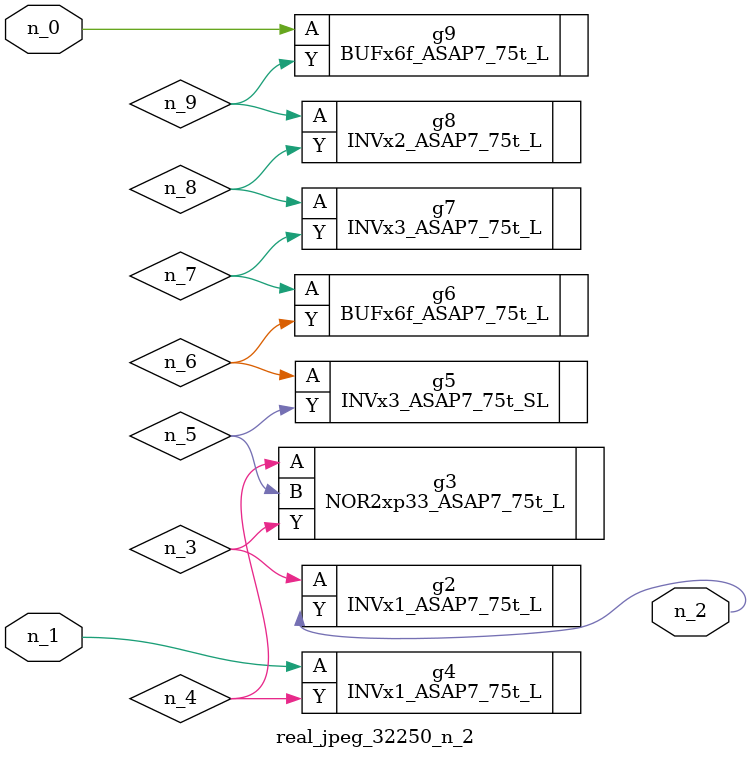
<source format=v>
module real_jpeg_32250_n_2 (n_1, n_0, n_2);

input n_1;
input n_0;

output n_2;

wire n_5;
wire n_4;
wire n_8;
wire n_6;
wire n_7;
wire n_3;
wire n_9;

BUFx6f_ASAP7_75t_L g9 ( 
.A(n_0),
.Y(n_9)
);

INVx1_ASAP7_75t_L g4 ( 
.A(n_1),
.Y(n_4)
);

INVx1_ASAP7_75t_L g2 ( 
.A(n_3),
.Y(n_2)
);

NOR2xp33_ASAP7_75t_L g3 ( 
.A(n_4),
.B(n_5),
.Y(n_3)
);

INVx3_ASAP7_75t_SL g5 ( 
.A(n_6),
.Y(n_5)
);

BUFx6f_ASAP7_75t_L g6 ( 
.A(n_7),
.Y(n_6)
);

INVx3_ASAP7_75t_L g7 ( 
.A(n_8),
.Y(n_7)
);

INVx2_ASAP7_75t_L g8 ( 
.A(n_9),
.Y(n_8)
);


endmodule
</source>
